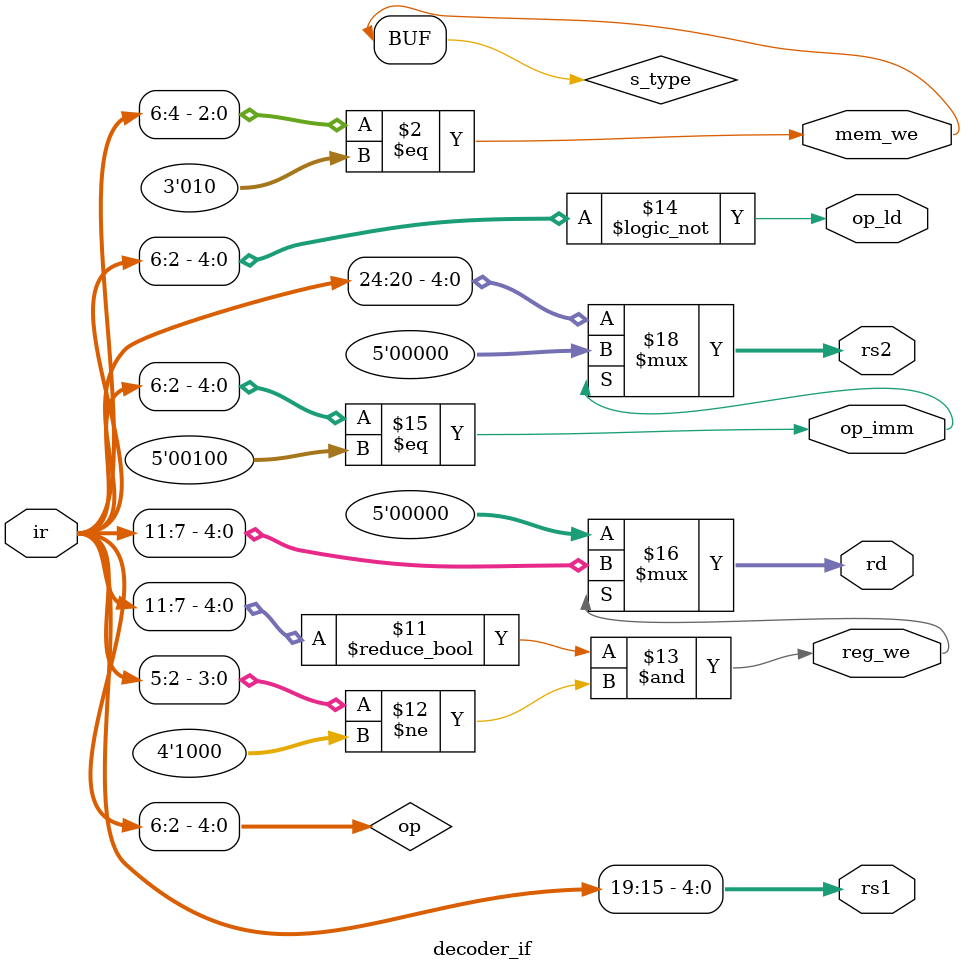
<source format=v>
/********************************************************************************************/
/* 2022-09 Version for chip fabrication, Ver.2022-09-01c                                    */
/* RVCore (RISC-V Core Processor) v2019-10-31a        since  2018-08-07  ArchLab. TokyoTech */
/********************************************************************************************/
`define MEM_SIZE 64*4            // Memory size in Byte
`define TOHOST_ADDR 32'h40008000 // TOHOST_ADDR
`define CMD_PRINT_CHAR 1         //
`define CMD_POWER_OFF  2         //
`define QUEUE_SIZE 32            // queue size of UART fifo
`define SERIAL_WCNT  20          // 100MHz clock and 5Mbaud -> 20
/********************************************************************************************/

`default_nettype none
/********************************************************************************************/
module rvcorep(clk, rst, w_rxd, r_txd, led);
    input  wire       clk, rst;
    input  wire       w_rxd;
    output reg        r_txd;
    output wire [3:0] led;
    
    wire w_clk = clk;

    reg r_rst;
    always @(posedge w_clk) r_rst <= rst;
    
    reg core_rst;
    always @(posedge w_clk) core_rst <= (r_rst | !initdone);

    reg [31:0] r_scnt;
    always @(posedge w_clk) begin
       if(r_rst) r_scnt = 0;
       else  r_scnt <= r_scnt + 1;
    end
    
    reg r_inv;
    always @(posedge w_clk) r_inv <= rst;
    
    assign led = {r_scnt[24:22], r_inv};
    
    /****************************************************************************************/
    reg r_rxd_t1,  r_rxd_t2;
    always@(posedge w_clk) r_rxd_t1 <= w_rxd;
    always@(posedge w_clk) r_rxd_t2 <= r_rxd_t1;
    
    /****************************************************************************************/
    wire [31:0] w_initdata;
    wire [31:0] w_initaddr;
    wire        w_initwe;
    wire        w_initdone;
    PLOADER ploader(w_clk, !r_rst, r_rxd_t2, w_initaddr, w_initdata, w_initwe, w_initdone);

    reg  [31:0] initdata;
    reg  [31:0] initaddr;
    reg  [3:0]  initwe;
    reg         initdone;
    always@(posedge w_clk) begin
        initdata <= (r_rst) ? 0 : (w_initwe) ? w_initdata   : 0;
        initaddr <= (r_rst) ? 0 : (initwe)   ? initaddr + 4 : initaddr;
        initwe   <= (r_rst) ? 0 : {4{w_initwe}};
        initdone <= (r_rst) ? 0 : w_initdone;
    end

    /****************************************************************************************/
    wire        w_halt;
    wire [31:0] w_rout, I_DATA, I_ADDR, D_DATA, WD_DATA, D_ADDR;
    wire [3:0]  D_WE;

    RVCore p(w_clk, !core_rst, w_rout, w_halt, I_ADDR, D_ADDR, I_DATA, D_DATA, WD_DATA, D_WE);

    wire [31:0] tmpdata;
    m_IMEM#(32,`MEM_SIZE/4) imem(w_clk, initwe[0], initaddr[$clog2(`MEM_SIZE)-1:2], 
                                 I_ADDR[$clog2(`MEM_SIZE)-1:2], initdata, I_DATA);
    m_DMEM#(32,`MEM_SIZE/4) dmem(w_clk, core_rst, initwe, initaddr[$clog2(`MEM_SIZE)-1:2], 
                                 initdata, tmpdata, w_clk, !core_rst, D_WE, 
                                 D_ADDR[$clog2(`MEM_SIZE)-1:2], WD_DATA, D_DATA);
                                 
    /****************************************************************************************/
    reg        r_D_ADDR;
    reg        r_D_WE;
    reg [31:0] r_WD_DATA;
    always@(posedge w_clk) begin
        if(r_rst) begin
            r_D_ADDR  <= 0;
            r_D_WE    <= 0;
            r_WD_DATA <= 0;
        end
        else begin
            r_D_ADDR  <= D_ADDR[15] & D_ADDR[30];
            r_D_WE    <= D_WE[0];
            r_WD_DATA <= WD_DATA;
        end
    end

    reg        tohost_we;
    reg [31:0] tohost_data;
    reg [7:0]  tohost_char;
    reg [1:0]  tohost_cmd;
    always@(posedge w_clk) begin
        if(r_rst) begin
            tohost_we   <= 0;
            tohost_data <= 0;
            tohost_char <= 0;
            tohost_cmd  <= 0;           
        end
        else begin
            tohost_we   <= (r_D_ADDR && (r_D_WE));
            tohost_data <= r_WD_DATA;
            tohost_char <= (tohost_we) ? tohost_data[7:0] : 0;
            tohost_cmd  <= (tohost_we) ? tohost_data[17:16] : 0;
        end
    end

    /****************************************************************************************/
    reg [7:0] squeue[0:`QUEUE_SIZE-1];
    reg  [$clog2(`QUEUE_SIZE)-1:0] queue_head = 0;
    reg  [$clog2(`QUEUE_SIZE)-1:0] queue_num  = 0;
    always@(posedge w_clk) begin
        if(r_rst) begin
            queue_head <= 0;
            queue_num <= 0;
        end
        else begin
            if(printchar) squeue[queue_addr] <= tohost_char;
            queue_head <= (!printchar & tx_ready & (queue_num > 0) & !uartwe) ? 
                           queue_head + 1 : queue_head;
            queue_num <= (printchar) ? queue_num + 1 : (tx_ready & (queue_num > 0) & !uartwe)
                          ? queue_num - 1 : queue_num;
        end
    end
    wire [$clog2(`QUEUE_SIZE)-1:0] queue_addr = queue_head+queue_num;
    wire printchar = (tohost_cmd==1);
    
    reg [7:0] uartdata;
    reg       uartwe;
    always@(posedge w_clk) begin
        if(r_rst) begin
            uartdata <= 0;
            uartwe <= 0;
        end
        else begin
            uartdata <= (!printchar & tx_ready & (queue_num > 0) & !uartwe) ? squeue[queue_head] : 0;
            uartwe   <= (!printchar & tx_ready & (queue_num > 0) & !uartwe) ? 1                  : 0;
        end
    end
    
    always@(posedge w_clk) r_txd <= w_txd;
    wire w_txd;
    wire tx_ready;
    UartTx UartTx0(w_clk, !core_rst, uartdata, uartwe, w_txd, tx_ready);
endmodule

/********************************************************************************************/
/* Program Loader: Initialize the main memory, copy memory image to the main memory         */
/********************************************************************************************/
module PLOADER (CLK, RST_X, RXD, ADDR, DATA, WE, DONE);
    input  wire        CLK, RST_X, RXD;
    output reg [31:0]  ADDR;
    output reg [31:0]  DATA;
    output reg         WE;
    output reg         DONE; // program load is done

    reg [31:0] waddr; // memory write address

    wire SER_EN;
    wire [7:0] SER_DATA;
    serialc serc (CLK, RST_X, RXD, SER_DATA, SER_EN);

    always @(posedge CLK) begin
        if(!RST_X) begin
            {ADDR, DATA, WE, waddr, DONE} <= 0;
        end else begin
            if(DONE==0 && SER_EN) begin
                ADDR  <= waddr;
                //ADDR  <= (waddr<32'h40000) ? waddr : {8'h04, 6'd0, waddr[17:0]};
                DATA  <= {SER_DATA, DATA[31:8]};
                WE    <= (waddr[1:0]==3);
                waddr <= waddr + 1;
            end else begin
                WE <= 0;
                if(waddr>=`MEM_SIZE) DONE <= 1;
            end
        end
    end
endmodule

/********************************************************************************************/
module UartTx(CLK, RST_X, DATA, WE, TXD, READY);
    input wire       CLK, RST_X, WE;
    input wire [7:0] DATA;
    output reg       TXD, READY;

    reg [8:0]   cmd;
    reg [11:0]  waitnum;
    reg [3:0]   cnt;

    always @(posedge CLK) begin
        if(!RST_X) begin
            TXD       <= 1'b1;
            READY     <= 1'b1;
            cmd       <= 9'h1ff;
            waitnum   <= 0;
            cnt       <= 0;
        end else if( READY ) begin
            TXD       <= 1'b1;
            waitnum   <= 0;
            if( WE )begin
                READY <= 1'b0;
                cmd   <= {DATA, 1'b0};
                cnt   <= 10;
            end
        end else if( waitnum >= `SERIAL_WCNT ) begin
            TXD       <= cmd[0];
            READY     <= (cnt == 1);
            cmd       <= {1'b1, cmd[8:1]};
            waitnum   <= 1;
            cnt       <= cnt - 1;
        end else begin
            waitnum   <= waitnum + 1;
        end
    end
endmodule

/********************************************************************************************/
/* RS232C serial controller (deserializer):                                                 */
/********************************************************************************************/
`define SS_SER_WAIT  'd0         // RS232C deserializer, State WAIT
`define SS_SER_RCV0  'd1         // RS232C deserializer, State Receive 0th bit
                                 // States Receive 1st bit to 7th bit are not used
`define SS_SER_DONE  'd9         // RS232C deserializer, State DONE
/********************************************************************************************/
module serialc(CLK, RST_X, RXD, DATA, EN);
    input  wire    CLK, RST_X, RXD; // clock, reset, RS232C input
    output [7:0]   DATA;            // 8bit output data
    output reg     EN;              // 8bit output data enable

    reg    [7:0]   DATA;
    reg    [3:0]   stage;
    reg    [12:0]  cnt;             // counter to latch D0, D1, ..., D7
    reg    [11:0]  cnt_start;       // counter to detect the Start Bit
    
    wire   [12:0]  waitcnt;
    assign waitcnt = `SERIAL_WCNT;

    always @(posedge CLK)
      if (!RST_X) cnt_start <= 0;
      else        cnt_start <= (RXD) ? 0 : cnt_start + 1;

    always @(posedge CLK)
      if(!RST_X) begin
          EN     <= 0;
          stage  <= `SS_SER_WAIT;
          cnt    <= 1;
          DATA   <= 0;
      end else if (stage == `SS_SER_WAIT) begin // detect the Start Bit
          EN <= 0;
          stage <= (cnt_start == (waitcnt >> 1)) ? `SS_SER_RCV0 : stage;
      end else begin
          if (cnt != waitcnt) begin
              cnt <= cnt + 1;
              EN <= 0;
          end else begin               // receive 1bit data
              stage  <= (stage == `SS_SER_DONE) ? `SS_SER_WAIT : stage + 1;
              EN     <= (stage == 8)  ? 1 : 0;
              DATA   <= {RXD, DATA[7:1]};
              cnt <= 1;
          end
      end
endmodule

/** some definitions, do not change these values                                           **/
/********************************************************************************************/
`define OPCODE_HALT____ 7'h7F // unique for RVCore
`define ALU_CTRL_ADD___ 4'h0
`define ALU_CTRL_SLL___ 4'h1
`define ALU_CTRL_SLT___ 4'h2
`define ALU_CTRL_SLTU__ 4'h3
`define ALU_CTRL_XOR___ 4'h4
`define ALU_CTRL_SRL___ 4'h5
`define ALU_CTRL_OR____ 4'h6
`define ALU_CTRL_AND___ 4'h7
`define ALU_CTRL_SUB___ 4'h8
`define ALU_CTRL_LUI___ 4'h9
`define ALU_CTRL_AUIPC_ 4'hA
`define ALU_CTRL_JAL___ 4'hB
`define ALU_CTRL_JALR__ 4'hC
`define ALU_CTRL_SRA___ 4'hD
  
/********************************************************************************************/  
module regfile(CLK, rs1, rs2, rdata1, rdata2, WE, rd, wdata);
    input  wire        CLK;
    input  wire [ 4:0] rs1, rs2;
    output wire [31:0] rdata1, rdata2;
    input  wire        WE;
    input  wire [ 4:0] rd;
    input  wire [31:0] wdata;

    reg [31:0] mem [0:31];
    assign rdata1 = (rs1 == 0) ? 0 : (rs1==rd) ? wdata : mem[rs1];
    assign rdata2 = (rs2 == 0) ? 0 : (rs2==rd) ? wdata : mem[rs2];
    always @(posedge CLK) if(WE && (rd!=0)) mem[rd] <= wdata;
endmodule

/********************************************************************************************/
module m_IMEM#(parameter WIDTH=32, ENTRY=256)(CLK, WE, WADDR, RADDR, IDATA, ODATA);
    input  wire                     CLK, WE;
    input  wire [$clog2(ENTRY)-1:0] WADDR;
    input  wire [$clog2(ENTRY)-1:0] RADDR;
    input  wire [WIDTH-1:0]         IDATA;
    output reg  [WIDTH-1:0]         ODATA;
    
    reg [WIDTH-1:0] mem[0:ENTRY-1];
    always @(posedge CLK) begin
        if (WE) mem[WADDR] <= IDATA;
        ODATA <= mem[RADDR];
    end
endmodule

/********************************************************************************************/
module m_DMEM#(parameter WIDTH=32, ENTRY=256)(CLK1, EN1, WE1, ADDR1, IDATA1, ODATA1, 
                                              CLK2, EN2, WE2, ADDR2, IDATA2, ODATA2);
    input  wire                     CLK1, EN1, EN2;
    input  wire [3:0]               WE1;
    input  wire [$clog2(ENTRY)-1:0] ADDR1;
    input  wire [WIDTH-1:0]         IDATA1;
    output reg  [WIDTH-1:0]         ODATA1;
    input  wire                     CLK2;
    input  wire [3:0]               WE2;
    input  wire [$clog2(ENTRY)-1:0] ADDR2;
    input  wire [WIDTH-1:0]         IDATA2;
    output reg  [WIDTH-1:0]         ODATA2;
    
     reg [WIDTH-1:0] mem[0:ENTRY-1];
    always @(posedge CLK1) begin
        if(EN1) begin
            if (WE1[0]) mem[ADDR1][ 7: 0] <= IDATA1[ 7: 0];
            if (WE1[1]) mem[ADDR1][15: 8] <= IDATA1[15: 8];
            if (WE1[2]) mem[ADDR1][23:16] <= IDATA1[23:16];
            if (WE1[3]) mem[ADDR1][31:24] <= IDATA1[31:24];
            ODATA1 <= mem[ADDR1];
        end
    end

    always @(posedge CLK2) begin
        if(EN2) begin
            if (WE2[0]) mem[ADDR2][ 7: 0] <= IDATA2[ 7: 0];
            if (WE2[1]) mem[ADDR2][15: 8] <= IDATA2[15: 8];
            if (WE2[2]) mem[ADDR2][23:16] <= IDATA2[23:16];
            if (WE2[3]) mem[ADDR2][31:24] <= IDATA2[31:24];
            ODATA2 <= mem[ADDR2];
        end
    end
endmodule
  
/********************************************************************************************/
module m_ALU (in1, in2, imm, sel, result, bsel, out);
    input  wire [31:0] in1, in2, imm;
    input  wire [10:0] sel;     // select signal for ALU
    output wire [31:0] result;  // output data of ALU
    input  wire  [6:0] bsel;    // select signal for BRU (Branch Resolution Unit)
    output wire  [6:0] out;     // output data of BRU
    
    wire signed [31:0] sin1 = in1;
    wire signed [31:0] sin2 = in2;

    reg [31: 0] r_result;
    always @(*) begin
        case(sel[3:0])
            1 : r_result =  in1 <  in2;
            2 : r_result = sin1 < sin2;
            3 : r_result = in1 + in2;
            4 : r_result = in1 - in2;
            5 : r_result = in1 ^ in2;
            6 : r_result = in1 | in2;
            7 : r_result = in1 & in2;
            8 : r_result = in1   << in2[4:0];
            9 : r_result = in1   >> in2[4:0];
            10: r_result = sin1 >>> in2[4:0];
            default        : r_result = imm;
        endcase
    end
    assign result = r_result;
   
    wire w_op0 = (bsel[0]  & ( in1 ==  in2));
    wire w_op1 = (bsel[1]  & ( in1 !=  in2));
    wire w_op2 = (bsel[2]  & (sin1 <  sin2));
    wire w_op3 = (bsel[3]  & (sin1 >= sin2));
    wire w_op4 = (bsel[4]  & ( in1 <   in2));
    wire w_op5 = (bsel[5]  & ( in1 >=  in2));
    assign out = {bsel[6], w_op5, w_op4, w_op3, w_op2, w_op1, w_op0};
endmodule

/********************************************************************************************/
module RVCore(CLK, RST_X, r_rout, r_halt, I_ADDR, D_ADDR, I_IN, D_IN, D_OUT, D_WE);
    input  wire        CLK, RST_X;
    output reg  [31:0] r_rout;
    output reg         r_halt;
    output wire [31:0] I_ADDR, D_ADDR;
    input  wire [31:0] I_IN, D_IN;
    output wire [31:0] D_OUT;
    output wire  [3:0] D_WE;

    /**************************** Architecture Register and Pipeline Register ***************/
    reg [17:0] r_pc          ;  // Program Counter
    
    reg        IfId_v        ; ///// IF/ID pipeline register
    reg [31:0] IfId_ir       ; // fetched instruction
    reg [17:0] IfId_pc       ;
    reg [17:0] IfId_pc_n     ;
    reg [ 6:0] IfId_op       ;
    reg [ 2:0] IfId_funct3   ;
    reg [ 4:0] IfId_rs1      ;
    reg [ 4:0] IfId_rs2      ;
    reg [ 4:0] IfId_rd       ;
    reg        IfId_mem_we   ;
    reg        IfId_reg_we   ;
    reg        IfId_op_ld    ;
    reg        IfId_op_im    ;
    reg        IfId_s1       ;
    reg        IfId_s2       ;
    reg [2:0]  IfId_im_s     ;

    reg        IdEx_v        ; ///// ID/EX pipeline register
    reg [17:0] IdEx_pc       ;
    reg [17:0] IdEx_pc_n     ;
    reg [ 6:0] IdEx_op       ;
    reg [ 2:0] IdEx_funct3   ;
    reg [ 4:0] IdEx_rd       ;
    reg [31:0] IdEx_imm      ;
    reg        IdEx_mem_we   ;
    reg        IdEx_reg_we   ;
    reg        IdEx_op_ld    ;
    reg [10:0] IdEx_alu_ctrl ; // Note!!
    reg [ 6:0] IdEx_bru_ctrl ;
    reg [31:0] IdEx_rrs1     ;
    reg [31:0] IdEx_rrs2     ;
    reg [31:0] IdEx_alu_imm  ; // additional value for ALU
    reg [31:0] IdEx_ir       ;
    reg [31:0] IdEx_s1       ;
    reg [31:0] IdEx_s2       ;
    reg [31:0] IdEx_u1       ;
    reg [31:0] IdEx_u2       ;
    reg        IdEx_luse     ; // Note
    reg        IdEx_luse_x   ;
    reg        IdEx_JALR     ;
    reg [2:0]  IdEx_st_we    ;
    
    reg        ExMa_v        ; ///// EX/MA pipeline register
    reg [17:0] ExMa_pc       ;
    reg [17:0] ExMa_pc_n     ;
    reg [ 6:0] ExMa_op       ;
    reg [ 4:0] ExMa_rd       ;
    reg        ExMa_reg_we   ;
    reg        ExMa_op_ld    ;
    reg [31:0] ExMa_rslt     ;
    reg [ 6:0] ExMa_b_rslt   ;
    reg [17:0] ExMa_tkn_pc   ;
    reg [ 1:0] ExMa_addr     ;
    reg        ExMa_b        ;
    reg [31:0] ExMa_wdata    ;
    reg [31:0] ExMa_ir       ;
    reg [17:0] ExMa_npc      ;
    reg [17:0] ExMa_ppc      ;
    reg        ExMa_b_rslt_t1;
    reg        ExMa_b_rslt_t2;
    reg [ 6:0] ExMa_bru_ctrl ;
    reg [ 4:0] ExMa_lds      ; /***** for load instructions *****/
    reg  [2:0] ExMa_funct3   ;
    
    reg        MaWb_v        ; ///// MA/WB pipeline register
    reg [ 4:0] MaWb_rd       ;
    reg [31:0] MaWb_rslt     ;
    reg [17:0] MaWb_pc       ;
    reg [31:0] MaWb_wdata    ;
    reg [31:0] MaWb_ir       ; // just for verify

    /****************************************************************************************/
    reg r_rst;
    always @(posedge CLK) r_rst <= !RST_X | r_halt;

    /**************************** IF  *******************************************************/
    wire [31:0]  w_ir   = I_IN;
    wire w_stall = IdEx_luse;  // stall by load-use (luse) data dependency

    wire w_bmis = ExMa_b & (ExMa_b_rslt ? ExMa_b_rslt_t1 : ExMa_b_rslt_t2);
    wire [17:0] w_pc_true = {((ExMa_b_rslt) ? ExMa_tkn_pc[17:2]: ExMa_npc[17:2]), 2'b00};

    wire [15:0] w_npc = (w_bmis) ? w_pc_true[17:2] : (w_stall) ? r_pc[17:2] : r_pc[17:2]+1;
    
    always @(posedge CLK) if(r_rst) r_pc <= 0; else r_pc <= {w_npc, 2'b00};
    
    assign I_ADDR = {w_npc, 2'b00};

    /****************************************************************************************/
    wire [ 4:0]  If_rd;
    wire [ 4:0]  If_rs1;
    wire [ 4:0]  If_rs2;
    wire [31:0]  w_rrs1;
    wire [31:0]  w_rrs2;
    wire         w_mem_we;
    wire         w_reg_we;
    wire         w_op_ld;
    wire         w_op_im;
    decoder_if dec_if0(w_ir, If_rd, If_rs1, If_rs2, w_mem_we, w_reg_we, w_op_ld, w_op_im);

    always @(posedge CLK) begin
        if(r_rst) begin
            IfId_v        <= 0;
            IfId_mem_we   <= 0;
            IfId_reg_we   <= 0;
            IfId_rd       <= 0;
            IfId_op_ld    <= 0;
            IfId_s1       <= 0;
            IfId_s2       <= 0;
            IfId_rs1      <= 0;
            IfId_rs2      <= 0;
            IfId_op       <= 0;
            IfId_pc       <= 0;
            IfId_pc_n     <= 0;
            IfId_ir       <= 0;
            IfId_funct3   <= 0;
            IfId_op_im    <= 0;
            IfId_im_s     <= 0;          
        end
        else begin
            IfId_v        <= (w_bmis) ? 0 : (w_stall) ? IfId_v      : 1;
            IfId_mem_we   <= (w_bmis) ? 0 : (w_stall) ? IfId_mem_we : w_mem_we;
            IfId_reg_we   <= (w_bmis) ? 0 : (w_stall) ? IfId_reg_we : w_reg_we;
            IfId_rd       <= (w_bmis) ? 0 : (w_stall) ? IfId_rd     : If_rd;
            IfId_op_ld    <= (w_bmis) ? 0 : (w_stall) ? IfId_op_ld  : w_op_ld;
            IfId_s1       <= (w_bmis | w_stall) ? 0 : ((If_rs1==IfId_rd) & IfId_reg_we);
            IfId_s2       <= (w_bmis | w_stall) ? 0 : ((If_rs2==IfId_rd) & IfId_reg_we);
            if(!w_stall) begin
                IfId_rs1    <= If_rs1;
                IfId_rs2    <= If_rs2;
                IfId_op     <= w_ir[6:0];
                IfId_pc     <= r_pc;
                IfId_pc_n   <= {w_npc, 2'b00};
                IfId_ir     <= w_ir;
                IfId_funct3 <= w_ir[14:12];
                IfId_op_im  <= w_op_im;
                IfId_im_s   <= (w_ir[6:2]==5'b01101) ? 3'b001 :    // LUI
                               (w_ir[6:2]==5'b00101) ? 3'b010 :    // AUIPC
                               (w_ir[6:2]==5'b11001) ? 3'b100 :    // JALR
                               (w_ir[6:2]==5'b11011) ? 3'b100 : 0; // JAL
            end
        end
    end

    /**************************** ID  *******************************************************/
    wire [9:0]  Id_alu_ctrl;
    wire [6:0]  Id_bru_ctrl;
    wire [31:0] Id_imm;
    wire [31:0] imm_t;
    decoder_id dec_id0(IfId_ir, Id_alu_ctrl, Id_bru_ctrl, Id_imm);
    
    regfile regs0(CLK, IfId_rs1, IfId_rs2, w_rrs1, w_rrs2, 1'b1, MaWb_rd, MaWb_rslt);
    
    /***** control signal for data forwarding *****/
    wire w_fwd_s1 = (IfId_rs1==ExMa_rd) & (ExMa_reg_we);
    wire w_fwd_s2 = (IfId_rs2==ExMa_rd) & (ExMa_reg_we);

    wire Id_s1 = (IfId_rs1==IdEx_rd) & (IdEx_reg_we);
    wire Id_s2 = (IfId_rs2==IdEx_rd) & (IdEx_reg_we);
         
    wire Id_luse = r_rst | !IdEx_luse &
         (IfId_op_ld) & ((w_ir[19:15]==IfId_rd) | (w_ir[24:20]==IfId_rd));
                   // Note: this condition of load-use may gererate false dependency
                   
    always @(posedge CLK) begin
        if(r_rst) begin
            IdEx_v        <= 0;
            IdEx_op_ld    <= 0;
            IdEx_mem_we   <= 0;
            IdEx_reg_we   <= 0;
            IdEx_luse     <= 1;
            IdEx_luse_x   <= 0;
            IdEx_op       <= 0;
            IdEx_pc       <= 0;
            IdEx_pc_n     <= 0;
            IdEx_rd       <= 0;
            IdEx_ir       <= 0;
            IdEx_funct3   <= 0;
            IdEx_imm      <= 0;
            IdEx_alu_ctrl <= 0;
            IdEx_bru_ctrl <= 0;
            IdEx_JALR     <= 0;
            IdEx_st_we[0] <= 0;
            IdEx_st_we[1] <= 0;
            IdEx_st_we[2] <= 0;
            IdEx_s1       <= 0;
            IdEx_s2       <= 0;
            IdEx_u1       <= 0;
            IdEx_u2       <= 0;
            IdEx_alu_imm  <= 0;
            IdEx_rrs1     <= 0;
            IdEx_rrs2     <= 0;
        end
        else begin
            IdEx_v        <= (w_bmis | w_stall) ? 0 : IfId_v;
            IdEx_op_ld    <= (w_bmis | w_stall) ? 0 : IfId_op_ld;
            IdEx_mem_we   <= (w_bmis | w_stall) ? 0 :IfId_mem_we;
            IdEx_reg_we   <= (w_bmis | w_stall) ? 0 :IfId_reg_we;
            IdEx_luse     <= Id_luse;
            IdEx_luse_x   <= !Id_luse;
            IdEx_op       <= IfId_op;
            IdEx_pc       <= IfId_pc;
            IdEx_pc_n     <= IfId_pc_n;
            IdEx_rd       <= IfId_rd;
            IdEx_ir       <= IfId_ir;
            IdEx_funct3   <= IfId_funct3;
            IdEx_imm      <= Id_imm;
            IdEx_alu_ctrl <= {(Id_alu_ctrl[9] |Id_alu_ctrl[8]), Id_alu_ctrl};
            IdEx_bru_ctrl <= Id_bru_ctrl;
            IdEx_JALR     <= (IfId_op[6:2]==5'b11001);
            IdEx_st_we[0] <= ((w_bmis | w_stall) ? 0 :IfId_mem_we) & (IfId_funct3[1:0]==0);
            IdEx_st_we[1] <= ((w_bmis | w_stall) ? 0 :IfId_mem_we) & IfId_funct3[0];
            IdEx_st_we[2] <= ((w_bmis | w_stall) ? 0 :IfId_mem_we) & IfId_funct3[1];
            IdEx_s1       <= {32{Id_s1}};
            IdEx_s2       <= {32{Id_s2}};
            IdEx_u1       <= {32{!Id_s1 & w_fwd_s1}};
            IdEx_u2       <= {32{!Id_s2 & w_fwd_s2}};
            IdEx_alu_imm  <= (IfId_im_s[0]) ? {IfId_ir[31:12], 12'b0}           :   
                             (IfId_im_s[1]) ? IfId_pc + {IfId_ir[31:12], 12'b0} :   
                             (IfId_im_s[2]) ? IfId_pc + 4                       : 0;
            IdEx_rrs1     <= (Id_s1 | w_fwd_s1) ? 0 : w_rrs1;
            IdEx_rrs2     <= (Id_s2 | w_fwd_s2) ? 0 : (IfId_op_im) ? Id_imm : w_rrs2;
        end
    end
    
    /**************************** EX  *******************************************************/
    wire [31:0] Ex_rrs1 = ((IdEx_s1) & ExMa_rslt) ^ ((IdEx_u1) & MaWb_rslt) ^ IdEx_rrs1;
    wire [31:0] Ex_rrs2 = ((IdEx_s2) & ExMa_rslt) ^ ((IdEx_u2) & MaWb_rslt) ^ IdEx_rrs2;
    
    wire    [6:0]  w_b_rslt;  // BRU result
    wire    [31:0] w_a_rslt;  // ALU result
    wire    [17:0] w_tkn_pc;  // Taken PC

    assign w_tkn_pc = (IdEx_JALR) ? Ex_rrs1+IdEx_imm : IdEx_pc+IdEx_imm; // using rrs1
    assign D_ADDR = Ex_rrs1 + IdEx_imm;                                  // using rrs1
    assign D_OUT  = (IdEx_funct3[0]) ? {2{Ex_rrs2[15:0]}} :              // using rrs2
                    (IdEx_funct3[1]) ? Ex_rrs2 : {4{Ex_rrs2[7:0]}};      // using rrs2
    
    m_ALU alu0(Ex_rrs1, Ex_rrs2, IdEx_alu_imm, IdEx_alu_ctrl, w_a_rslt, 
               IdEx_bru_ctrl, w_b_rslt);

    always @(posedge CLK) begin
        if(r_rst) begin
            ExMa_v        <= 0;
            ExMa_reg_we   <= 0;
            ExMa_b        <= 0;
            ExMa_rslt     <= 0;
            ExMa_b_rslt   <= 0;
            ExMa_ir       <= 0;
            ExMa_pc       <= 0;
            ExMa_ppc      <= 0;
            ExMa_npc      <= 0;
            ExMa_pc_n     <= 0;
            ExMa_tkn_pc   <= 0;
            ExMa_op       <= 0;
            ExMa_rd       <= 0;
            ExMa_op_ld    <= 0;
            ExMa_addr     <= 0;
            ExMa_wdata    <= 0;
            ExMa_b_rslt_t1<= 0;
            ExMa_b_rslt_t2<= 0;
            ExMa_bru_ctrl <= 0;
            ExMa_funct3   <= 0;
        end
            else begin
            ExMa_v        <= (w_bmis) ? 0 : IdEx_v;
            ExMa_reg_we   <= (w_bmis) ? 0 : IdEx_reg_we;
            ExMa_b        <= (!RST_X || w_bmis || IdEx_v==0) ? 0 : (IdEx_bru_ctrl!=0);
            ExMa_rslt     <= w_a_rslt;
            ExMa_b_rslt   <= w_b_rslt;
            ExMa_ir       <= IdEx_ir;
            ExMa_pc       <= IdEx_pc;   // pc of this instruction
            ExMa_ppc      <= IdEx_pc-4;
            ExMa_npc      <= IdEx_pc+4; // next pc
            ExMa_pc_n     <= IdEx_pc_n; // predicted_next pc
            ExMa_tkn_pc   <= w_tkn_pc;  // taken pc
            ExMa_op       <= IdEx_op;
            ExMa_rd       <= IdEx_rd;
            ExMa_op_ld    <= IdEx_op_ld;
            ExMa_addr     <= D_ADDR[1:0];
            ExMa_wdata    <= D_OUT;
            ExMa_b_rslt_t1<= (w_tkn_pc   !=IdEx_pc_n); // to detect branch pred miss
            ExMa_b_rslt_t2<= ((IdEx_pc+4)!=IdEx_pc_n); // to detect branch pred miss
            ExMa_bru_ctrl <= IdEx_bru_ctrl;
            ExMa_funct3   <= IdEx_funct3;
        end
    end

    /***** for store instruction *****/
    wire [3:0] w_we_sb = (IdEx_st_we[0]) ? (4'b0001 << D_ADDR[1:0])       : 0;
    wire [3:0] w_we_sh = (IdEx_st_we[1]) ? (4'b0011 << {D_ADDR[1], 1'b0}) : 0;
    wire [3:0] w_we_sw = (IdEx_st_we[2]) ? 4'b1111                        : 0;
    assign D_WE = {4{!w_bmis}} & (w_we_sh ^ w_we_sw ^ w_we_sb);
    
    always @(posedge CLK) begin
        if(r_rst) ExMa_lds <= 0;
        else ExMa_lds <= (!IdEx_op_ld) ? 0 :
                        (IdEx_funct3==3'b000) ? 5'b01001 :
                        (IdEx_funct3==3'b001) ? 5'b01010 :
                        (IdEx_funct3==3'b010) ? 5'b00100 :
                        (IdEx_funct3==3'b100) ? 5'b00001 :
                                                5'b00010 ;
    end
    
    /**************************** MEM *******************************************************/
    wire [1:0]  w_adr  = ExMa_addr;
    wire [7:0]  w_lb_t = D_IN >> ({w_adr, 3'd0});
    wire [15:0] w_lh_t = (w_adr[1]) ? D_IN[31:16] : D_IN[15:0];

    wire [31:0] w_ld_lb  = {{24{w_lb_t[7]}},  w_lb_t[7:0]};
    wire [31:0] w_ld_lbu = {24'd0,            w_lb_t[7:0]};
    wire [31:0] w_ld_lh  = {{16{w_lh_t[15]}}, w_lh_t[15:0]};
    wire [31:0] w_ld_lhu = {16'd0,            w_lh_t[15:0]};
    wire [31:0] w_ld_lw  = D_IN;

    reg [31:0] r_ld=0;
    always @(*) begin
        case(ExMa_funct3)
            3'b000 : r_ld = w_ld_lb;
            3'b001 : r_ld = w_ld_lh;
            3'b010 : r_ld = w_ld_lw;
            3'b100 : r_ld = w_ld_lbu;
            3'b101 : r_ld = w_ld_lhu;
            default: r_ld = 0;
        endcase
    end
    wire [31:0] Ma_rslt = (ExMa_op_ld) ? r_ld : ExMa_rslt;
    
    always @(posedge CLK) begin
        if(r_rst) begin
            MaWb_v     <= 0;
            MaWb_pc    <= 0;
            MaWb_ir    <= 0;
            MaWb_wdata <= 0;
            MaWb_rd    <= 0;
            MaWb_rslt  <= 0;           
        end
        else begin
            MaWb_v     <= ExMa_v;
            MaWb_pc    <= ExMa_pc;
            MaWb_ir    <= ExMa_ir;
            MaWb_wdata <= ExMa_wdata;
            MaWb_rd    <= (ExMa_v) ? ExMa_rd : 0;
            MaWb_rslt  <= Ma_rslt;
        end
    end

    /**************************** others ****************************************************/
    always @(posedge CLK) begin
        if(r_rst) r_halt <= 0;
        else if (ExMa_op==`OPCODE_HALT____) r_halt <= 1; /// Note
    end
    
    always @(posedge CLK) begin
        if(r_rst) r_rout <= 0;
        else r_rout <= (MaWb_v) ? MaWb_pc : r_rout; /// Note
    end
endmodule

/***** Instraction decoder, see RV32I opcode map                                        *****/
/********************************************************************************************/
module decoder_id(ir, alu_ctrl, bru_ctrl, imm);
    input  wire [31:0] ir;
    output reg  [ 9:0] alu_ctrl;
    output reg  [ 6:0] bru_ctrl;
    output wire [31:0] imm;
    
    wire [4:0] op     = ir[ 6: 2]; // use 5-bit, cause lower 2-bit are always 2'b11
    wire [2:0] funct3 = ir[14:12];
    wire [6:0] funct7 = ir[31:25];

    wire r_type = (op==5'b01100);
    wire s_type = (op[4:2]==3'b010); // (op==5'b01000);
    wire b_type = (op==5'b11000);
    wire j_type = (op==5'b11011);
    wire u_type = ({op[4], op[2:0]} ==4'b0101);
    wire i_type = (op==5'b11001 || op==5'b00000 || op==5'b00100);

    wire [31:0] imm_U = (u_type) ? {ir[31:12], 12'b0} : 0;
    wire [31:0] imm_I = (i_type) ? {{21{ir[31]}}, ir[30:20]} : 0;
    wire [31:0] imm_S = (s_type) ? {{21{ir[31]}}, ir[30:25], ir[11:7]} : 0;
    wire [31:0] imm_B = (b_type) ? {{20{ir[31]}}, ir[7], ir[30:25] ,ir[11:8], 1'b0} : 0;
    wire [31:0] imm_J = (j_type) ? {{12{ir[31]}}, ir[19:12], ir[20], ir[30:21], 1'b0} : 0;
    assign imm = imm_U ^ imm_I ^ imm_S ^ imm_B ^ imm_J;

    reg [3:0] r_alu_ctrl;
    always @(*) begin
        case(op)
            5'b01100 : r_alu_ctrl = {funct7[5], funct3}; 
            5'b00100 : r_alu_ctrl = (funct3==3'h5) ? {funct7[5], funct3} : {1'b0, funct3};
            default  : r_alu_ctrl = 4'b1111;
        endcase
    end

    always @(*) begin
        case(r_alu_ctrl)
            `ALU_CTRL_SLTU__ : alu_ctrl = 1;
            `ALU_CTRL_SLT___ : alu_ctrl = 2;
            `ALU_CTRL_ADD___ : alu_ctrl = 3;
            `ALU_CTRL_SUB___ : alu_ctrl = 4;
            `ALU_CTRL_XOR___ : alu_ctrl = 5;
            `ALU_CTRL_OR____ : alu_ctrl = 6;
            `ALU_CTRL_AND___ : alu_ctrl = 7;
            `ALU_CTRL_SLL___ : alu_ctrl = 8;
            `ALU_CTRL_SRL___ : alu_ctrl = 9;
            `ALU_CTRL_SRA___ : alu_ctrl = 10;
            default          : alu_ctrl = 0;
        endcase
    end
    
    always @(*) begin /***** one-hot encoding *****/
        case(op)
            5'b11011 : bru_ctrl =                    7'b1000000;     // JAL  -> taken
            5'b11001 : bru_ctrl =                    7'b1000000;     // JALR -> taken
            5'b11000 : bru_ctrl = (funct3==3'b000) ? 7'b0000001 :    // BEQ
                                  (funct3==3'b001) ? 7'b0000010 :    // BNE
                                  (funct3==3'b100) ? 7'b0000100 :    // BLT
                                  (funct3==3'b101) ? 7'b0001000 :    // BGE
                                  (funct3==3'b110) ? 7'b0010000 :    // BLTU
                                  (funct3==3'b111) ? 7'b0100000 : 0; // BGEU
            default : bru_ctrl = 0;
        endcase
    end
endmodule

/***** Instraction decoder, see RV32I opcode map                                        *****/
/********************************************************************************************/
module decoder_if(ir, rd, rs1, rs2, mem_we, reg_we, op_ld, op_imm);
    input  wire [31:0] ir;
    output wire [ 4:0] rd, rs1, rs2;
    output wire        mem_we, reg_we, op_ld, op_imm;
    
    wire [4:0] op = ir[ 6: 2];
    wire r_type = (op==5'b01100);
    wire s_type = (op[4:2]==3'b010); // (op==5'b01000);
    wire b_type = (op==5'b11000);
    wire j_type = (op==5'b11011);
    wire u_type = ({op[4], op[2:0]} ==4'b0101);
    wire i_type = (op==5'b11001 || op==5'b00000 || op==5'b00100);

    assign reg_we = (ir[11:7]!=0) & (op[3:0]!=4'b1000);  //!s_type && !b_type;
    assign mem_we = s_type;
    assign op_ld  = (op==5'b00000);
    assign op_imm = (op==5'b00100);
    assign rd     = (reg_we) ? ir[11:7] : 5'd0;
    assign rs1    = ir[19:15]; // (!u_type && !j_type)       ? ir[19:15] : 5'd0;
    assign rs2    = (!op_imm) ? ir[24:20] : 5'd0;
endmodule

/********************************************************************************************/
`default_nettype wire
/********************************************************************************************/

</source>
